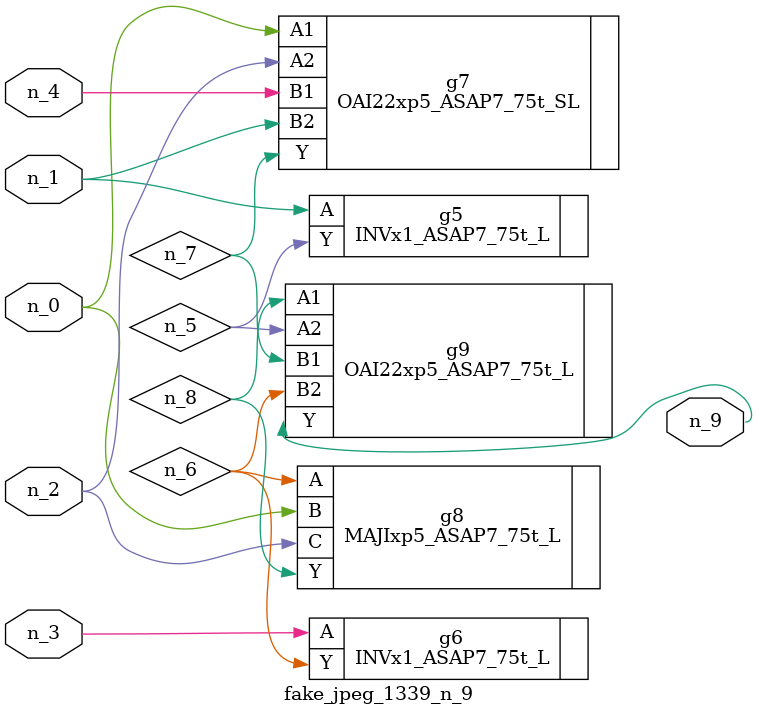
<source format=v>
module fake_jpeg_1339_n_9 (n_3, n_2, n_1, n_0, n_4, n_9);

input n_3;
input n_2;
input n_1;
input n_0;
input n_4;

output n_9;

wire n_8;
wire n_6;
wire n_5;
wire n_7;

INVx1_ASAP7_75t_L g5 ( 
.A(n_1),
.Y(n_5)
);

INVx1_ASAP7_75t_L g6 ( 
.A(n_3),
.Y(n_6)
);

OAI22xp5_ASAP7_75t_SL g7 ( 
.A1(n_0),
.A2(n_2),
.B1(n_4),
.B2(n_1),
.Y(n_7)
);

MAJIxp5_ASAP7_75t_L g8 ( 
.A(n_6),
.B(n_0),
.C(n_2),
.Y(n_8)
);

OAI22xp5_ASAP7_75t_L g9 ( 
.A1(n_8),
.A2(n_5),
.B1(n_7),
.B2(n_6),
.Y(n_9)
);


endmodule
</source>
